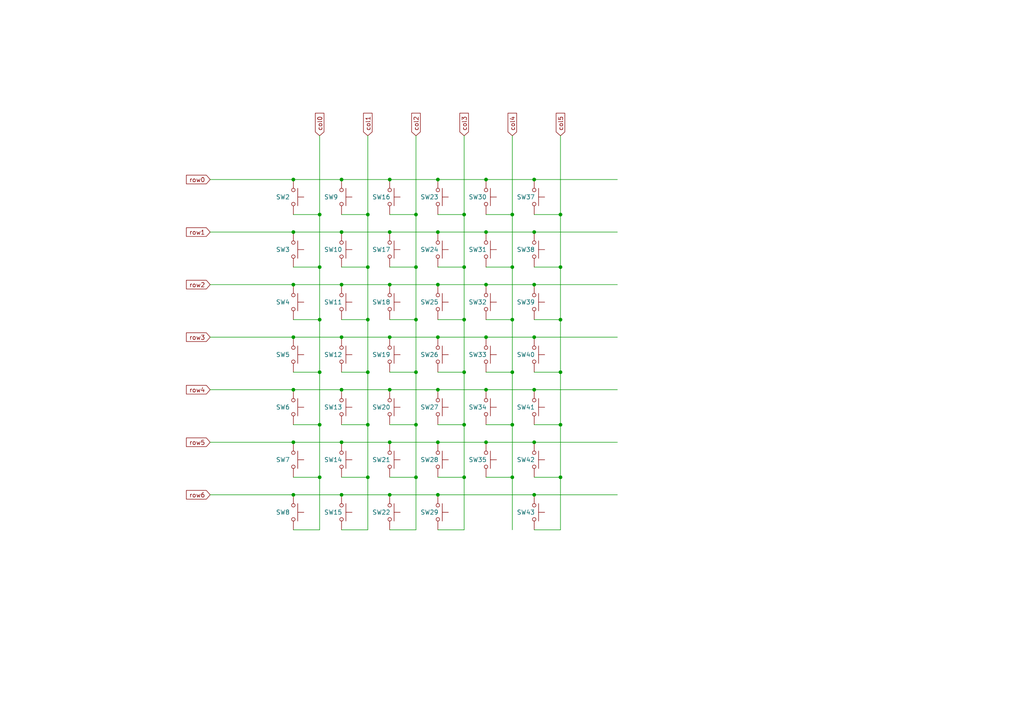
<source format=kicad_sch>
(kicad_sch (version 20211123) (generator eeschema)
  (paper "A4")
  (lib_symbols
    (symbol "Switch:SW_Push" (pin_numbers hide) (pin_names (offset 1.016) hide)
      (property "Reference" "SW" (at 1.27 2.54 0))
      (property "Value" "SW_Push" (at 0 -1.524 0))
      (symbol "SW_Push_0_1"
        (circle (center -2.032 0) (radius 0.508))
        (polyline (pts (xy 0 1.27) (xy 0 3.048)))
        (polyline (pts (xy 2.54 1.27) (xy -2.54 1.27)))
        (circle (center 2.032 0) (radius 0.508))
        (pin passive line (at -5.08 0 0) (length 2.54) (name "1") (number "1"))
        (pin passive line (at 5.08 0 180) (length 2.54) (name "2") (number "2"))
      )
    )
  )
  (junction (at 134.62 92.71))
  (junction (at 120.65 123.19))
  (junction (at 154.94 113.03))
  (junction (at 140.97 97.79))
  (junction (at 106.68 123.19))
  (junction (at 113.03 113.03))
  (junction (at 99.06 82.55))
  (junction (at 113.03 52.07))
  (junction (at 162.56 138.43))
  (junction (at 154.94 52.07))
  (junction (at 140.97 67.31))
  (junction (at 140.97 128.27))
  (junction (at 113.03 82.55))
  (junction (at 120.65 92.71))
  (junction (at 120.65 62.23))
  (junction (at 127 143.51))
  (junction (at 154.94 67.31))
  (junction (at 99.06 97.79))
  (junction (at 162.56 62.23))
  (junction (at 148.59 77.47))
  (junction (at 92.71 77.47))
  (junction (at 154.94 128.27))
  (junction (at 106.68 107.95))
  (junction (at 113.03 67.31))
  (junction (at 106.68 92.71))
  (junction (at 85.09 67.31))
  (junction (at 85.09 113.03))
  (junction (at 92.71 138.43))
  (junction (at 127 52.07))
  (junction (at 154.94 143.51))
  (junction (at 99.06 143.51))
  (junction (at 162.56 92.71))
  (junction (at 106.68 138.43))
  (junction (at 99.06 52.07))
  (junction (at 113.03 128.27))
  (junction (at 134.62 138.43))
  (junction (at 120.65 107.95))
  (junction (at 106.68 62.23))
  (junction (at 154.94 82.55))
  (junction (at 85.09 82.55))
  (junction (at 113.03 143.51))
  (junction (at 134.62 62.23))
  (junction (at 148.59 92.71))
  (junction (at 120.65 138.43))
  (junction (at 140.97 82.55))
  (junction (at 127 82.55))
  (junction (at 99.06 113.03))
  (junction (at 92.71 92.71))
  (junction (at 106.68 77.47))
  (junction (at 148.59 107.95))
  (junction (at 148.59 138.43))
  (junction (at 162.56 107.95))
  (junction (at 134.62 123.19))
  (junction (at 148.59 62.23))
  (junction (at 113.03 97.79))
  (junction (at 99.06 67.31))
  (junction (at 127 67.31))
  (junction (at 154.94 97.79))
  (junction (at 92.71 62.23))
  (junction (at 127 128.27))
  (junction (at 99.06 128.27))
  (junction (at 127 97.79))
  (junction (at 85.09 128.27))
  (junction (at 162.56 77.47))
  (junction (at 85.09 97.79))
  (junction (at 92.71 123.19))
  (junction (at 140.97 113.03))
  (junction (at 134.62 77.47))
  (junction (at 127 113.03))
  (junction (at 140.97 52.07))
  (junction (at 120.65 77.47))
  (junction (at 92.71 107.95))
  (junction (at 148.59 123.19))
  (junction (at 85.09 143.51))
  (junction (at 85.09 52.07))
  (junction (at 162.56 123.19))
  (junction (at 134.62 107.95))
  (wire (pts (xy 60.96 97.79) (xy 85.09 97.79)))
  (wire (pts (xy 162.56 123.19) (xy 162.56 138.43)))
  (wire (pts (xy 85.09 52.07) (xy 99.06 52.07)))
  (wire (pts (xy 140.97 107.95) (xy 148.59 107.95)))
  (wire (pts (xy 148.59 62.23) (xy 148.59 77.47)))
  (wire (pts (xy 154.94 138.43) (xy 162.56 138.43)))
  (wire (pts (xy 85.09 97.79) (xy 99.06 97.79)))
  (wire (pts (xy 162.56 62.23) (xy 162.56 77.47)))
  (wire (pts (xy 148.59 107.95) (xy 148.59 123.19)))
  (wire (pts (xy 154.94 82.55) (xy 179.07 82.55)))
  (wire (pts (xy 99.06 97.79) (xy 113.03 97.79)))
  (wire (pts (xy 106.68 92.71) (xy 106.68 107.95)))
  (wire (pts (xy 120.65 92.71) (xy 120.65 107.95)))
  (wire (pts (xy 106.68 138.43) (xy 106.68 153.67)))
  (wire (pts (xy 106.68 62.23) (xy 106.68 77.47)))
  (wire (pts (xy 106.68 123.19) (xy 106.68 138.43)))
  (wire (pts (xy 140.97 62.23) (xy 148.59 62.23)))
  (wire (pts (xy 134.62 107.95) (xy 134.62 123.19)))
  (wire (pts (xy 154.94 153.67) (xy 162.56 153.67)))
  (wire (pts (xy 92.71 39.37) (xy 92.71 62.23)))
  (wire (pts (xy 60.96 67.31) (xy 85.09 67.31)))
  (wire (pts (xy 113.03 138.43) (xy 120.65 138.43)))
  (wire (pts (xy 127 113.03) (xy 140.97 113.03)))
  (wire (pts (xy 113.03 113.03) (xy 127 113.03)))
  (wire (pts (xy 127 97.79) (xy 140.97 97.79)))
  (wire (pts (xy 120.65 77.47) (xy 120.65 92.71)))
  (wire (pts (xy 148.59 92.71) (xy 148.59 107.95)))
  (wire (pts (xy 154.94 92.71) (xy 162.56 92.71)))
  (wire (pts (xy 113.03 92.71) (xy 120.65 92.71)))
  (wire (pts (xy 140.97 123.19) (xy 148.59 123.19)))
  (wire (pts (xy 154.94 52.07) (xy 179.07 52.07)))
  (wire (pts (xy 134.62 39.37) (xy 134.62 62.23)))
  (wire (pts (xy 113.03 62.23) (xy 120.65 62.23)))
  (wire (pts (xy 140.97 77.47) (xy 148.59 77.47)))
  (wire (pts (xy 85.09 128.27) (xy 99.06 128.27)))
  (wire (pts (xy 60.96 82.55) (xy 85.09 82.55)))
  (wire (pts (xy 60.96 128.27) (xy 85.09 128.27)))
  (wire (pts (xy 127 52.07) (xy 140.97 52.07)))
  (wire (pts (xy 113.03 153.67) (xy 120.65 153.67)))
  (wire (pts (xy 85.09 107.95) (xy 92.71 107.95)))
  (wire (pts (xy 127 123.19) (xy 134.62 123.19)))
  (wire (pts (xy 85.09 62.23) (xy 92.71 62.23)))
  (wire (pts (xy 127 107.95) (xy 134.62 107.95)))
  (wire (pts (xy 127 153.67) (xy 134.62 153.67)))
  (wire (pts (xy 60.96 52.07) (xy 85.09 52.07)))
  (wire (pts (xy 113.03 77.47) (xy 120.65 77.47)))
  (wire (pts (xy 85.09 113.03) (xy 99.06 113.03)))
  (wire (pts (xy 162.56 39.37) (xy 162.56 62.23)))
  (wire (pts (xy 85.09 77.47) (xy 92.71 77.47)))
  (wire (pts (xy 154.94 62.23) (xy 162.56 62.23)))
  (wire (pts (xy 140.97 138.43) (xy 148.59 138.43)))
  (wire (pts (xy 92.71 138.43) (xy 92.71 153.67)))
  (wire (pts (xy 148.59 123.19) (xy 148.59 138.43)))
  (wire (pts (xy 113.03 123.19) (xy 120.65 123.19)))
  (wire (pts (xy 154.94 128.27) (xy 179.07 128.27)))
  (wire (pts (xy 127 128.27) (xy 140.97 128.27)))
  (wire (pts (xy 106.68 39.37) (xy 106.68 62.23)))
  (wire (pts (xy 140.97 128.27) (xy 154.94 128.27)))
  (wire (pts (xy 120.65 39.37) (xy 120.65 62.23)))
  (wire (pts (xy 140.97 82.55) (xy 154.94 82.55)))
  (wire (pts (xy 134.62 62.23) (xy 134.62 77.47)))
  (wire (pts (xy 140.97 67.31) (xy 154.94 67.31)))
  (wire (pts (xy 154.94 97.79) (xy 179.07 97.79)))
  (wire (pts (xy 99.06 128.27) (xy 113.03 128.27)))
  (wire (pts (xy 85.09 82.55) (xy 99.06 82.55)))
  (wire (pts (xy 99.06 62.23) (xy 106.68 62.23)))
  (wire (pts (xy 154.94 67.31) (xy 179.07 67.31)))
  (wire (pts (xy 92.71 92.71) (xy 92.71 107.95)))
  (wire (pts (xy 106.68 77.47) (xy 106.68 92.71)))
  (wire (pts (xy 120.65 107.95) (xy 120.65 123.19)))
  (wire (pts (xy 154.94 123.19) (xy 162.56 123.19)))
  (wire (pts (xy 154.94 143.51) (xy 179.07 143.51)))
  (wire (pts (xy 113.03 128.27) (xy 127 128.27)))
  (wire (pts (xy 134.62 77.47) (xy 134.62 92.71)))
  (wire (pts (xy 92.71 123.19) (xy 92.71 138.43)))
  (wire (pts (xy 148.59 77.47) (xy 148.59 92.71)))
  (wire (pts (xy 127 67.31) (xy 140.97 67.31)))
  (wire (pts (xy 99.06 82.55) (xy 113.03 82.55)))
  (wire (pts (xy 127 138.43) (xy 134.62 138.43)))
  (wire (pts (xy 99.06 77.47) (xy 106.68 77.47)))
  (wire (pts (xy 99.06 138.43) (xy 106.68 138.43)))
  (wire (pts (xy 134.62 123.19) (xy 134.62 138.43)))
  (wire (pts (xy 60.96 113.03) (xy 85.09 113.03)))
  (wire (pts (xy 92.71 107.95) (xy 92.71 123.19)))
  (wire (pts (xy 154.94 107.95) (xy 162.56 107.95)))
  (wire (pts (xy 99.06 52.07) (xy 113.03 52.07)))
  (wire (pts (xy 99.06 67.31) (xy 113.03 67.31)))
  (wire (pts (xy 162.56 92.71) (xy 162.56 107.95)))
  (wire (pts (xy 148.59 39.37) (xy 148.59 62.23)))
  (wire (pts (xy 92.71 62.23) (xy 92.71 77.47)))
  (wire (pts (xy 99.06 92.71) (xy 106.68 92.71)))
  (wire (pts (xy 99.06 153.67) (xy 106.68 153.67)))
  (wire (pts (xy 85.09 138.43) (xy 92.71 138.43)))
  (wire (pts (xy 113.03 143.51) (xy 127 143.51)))
  (wire (pts (xy 140.97 52.07) (xy 154.94 52.07)))
  (wire (pts (xy 85.09 92.71) (xy 92.71 92.71)))
  (wire (pts (xy 113.03 67.31) (xy 127 67.31)))
  (wire (pts (xy 85.09 153.67) (xy 92.71 153.67)))
  (wire (pts (xy 127 82.55) (xy 140.97 82.55)))
  (wire (pts (xy 85.09 67.31) (xy 99.06 67.31)))
  (wire (pts (xy 127 143.51) (xy 154.94 143.51)))
  (wire (pts (xy 148.59 138.43) (xy 148.59 153.67)))
  (wire (pts (xy 120.65 62.23) (xy 120.65 77.47)))
  (wire (pts (xy 127 92.71) (xy 134.62 92.71)))
  (wire (pts (xy 85.09 123.19) (xy 92.71 123.19)))
  (wire (pts (xy 113.03 52.07) (xy 127 52.07)))
  (wire (pts (xy 113.03 97.79) (xy 127 97.79)))
  (wire (pts (xy 127 77.47) (xy 134.62 77.47)))
  (wire (pts (xy 113.03 82.55) (xy 127 82.55)))
  (wire (pts (xy 134.62 92.71) (xy 134.62 107.95)))
  (wire (pts (xy 140.97 92.71) (xy 148.59 92.71)))
  (wire (pts (xy 120.65 138.43) (xy 120.65 153.67)))
  (wire (pts (xy 162.56 107.95) (xy 162.56 123.19)))
  (wire (pts (xy 99.06 107.95) (xy 106.68 107.95)))
  (wire (pts (xy 134.62 138.43) (xy 134.62 153.67)))
  (wire (pts (xy 140.97 97.79) (xy 154.94 97.79)))
  (wire (pts (xy 120.65 123.19) (xy 120.65 138.43)))
  (wire (pts (xy 85.09 143.51) (xy 99.06 143.51)))
  (wire (pts (xy 113.03 107.95) (xy 120.65 107.95)))
  (wire (pts (xy 106.68 107.95) (xy 106.68 123.19)))
  (wire (pts (xy 92.71 77.47) (xy 92.71 92.71)))
  (wire (pts (xy 127 62.23) (xy 134.62 62.23)))
  (wire (pts (xy 162.56 77.47) (xy 162.56 92.71)))
  (wire (pts (xy 154.94 113.03) (xy 179.07 113.03)))
  (wire (pts (xy 154.94 77.47) (xy 162.56 77.47)))
  (wire (pts (xy 99.06 113.03) (xy 113.03 113.03)))
  (wire (pts (xy 60.96 143.51) (xy 85.09 143.51)))
  (wire (pts (xy 99.06 143.51) (xy 113.03 143.51)))
  (wire (pts (xy 140.97 113.03) (xy 154.94 113.03)))
  (wire (pts (xy 99.06 123.19) (xy 106.68 123.19)))
  (wire (pts (xy 162.56 138.43) (xy 162.56 153.67)))
  (global_label "col1" (shape input) (at 106.68 39.37 90) (property "Intersheet References" "${INTERSHEET_REFS}" (effects hide)))
  (global_label "row5" (shape input) (at 60.96 128.27 180) (property "Intersheet References" "${INTERSHEET_REFS}" (effects hide)))
  (global_label "row4" (shape input) (at 60.96 113.03 180) (property "Intersheet References" "${INTERSHEET_REFS}" (effects hide)))
  (global_label "row6" (shape input) (at 60.96 143.51 180) (property "Intersheet References" "${INTERSHEET_REFS}" (effects hide)))
  (global_label "col5" (shape input) (at 162.56 39.37 90) (property "Intersheet References" "${INTERSHEET_REFS}" (effects hide)))
  (global_label "col2" (shape input) (at 120.65 39.37 90) (property "Intersheet References" "${INTERSHEET_REFS}" (effects hide)))
  (global_label "col0" (shape input) (at 92.71 39.37 90) (property "Intersheet References" "${INTERSHEET_REFS}" (effects hide)))
  (global_label "row1" (shape input) (at 60.96 67.31 180) (property "Intersheet References" "${INTERSHEET_REFS}" (effects hide)))
  (global_label "row2" (shape input) (at 60.96 82.55 180) (property "Intersheet References" "${INTERSHEET_REFS}" (effects hide)))
  (global_label "row0" (shape input) (at 60.96 52.07 180) (property "Intersheet References" "${INTERSHEET_REFS}" (effects hide)))
  (global_label "col4" (shape input) (at 148.59 39.37 90) (property "Intersheet References" "${INTERSHEET_REFS}" (effects hide)))
  (global_label "col3" (shape input) (at 134.62 39.37 90) (property "Intersheet References" "${INTERSHEET_REFS}" (effects hide)))
  (global_label "row3" (shape input) (at 60.96 97.79 180) (property "Intersheet References" "${INTERSHEET_REFS}" (effects hide)))
  (symbol (lib_id "Switch:SW_Push") (at 127 133.35 270) (unit 1)
    (property "Reference" "SW28" (at 121.92 133.35 90) (effects (justify left)))
    (property "Value" "SW_Push" (effects hide))
    (property "Footprint" "Button_Switch_THT:SW_PUSH_6mm" (effects hide))
  )
  (symbol (lib_id "Switch:SW_Push") (at 99.06 72.39 270) (unit 1)
    (property "Reference" "SW10" (at 93.98 72.39 90) (effects (justify left)))
    (property "Value" "SW_Push" (effects hide))
    (property "Footprint" "Button_Switch_THT:SW_PUSH_6mm" (effects hide))
  )
  (symbol (lib_id "Switch:SW_Push") (at 99.06 118.11 270) (unit 1)
    (property "Reference" "SW13" (at 93.98 118.11 90) (effects (justify left)))
    (property "Value" "SW_Push" (effects hide))
    (property "Footprint" "Button_Switch_THT:SW_PUSH_6mm" (effects hide))
  )
  (symbol (lib_id "Switch:SW_Push") (at 85.09 102.87 270) (unit 1)
    (property "Reference" "SW5" (at 80.01 102.87 90) (effects (justify left)))
    (property "Value" "SW_Push" (effects hide))
    (property "Footprint" "Button_Switch_THT:SW_PUSH_6mm" (effects hide))
  )
  (symbol (lib_id "Switch:SW_Push") (at 113.03 118.11 270) (unit 1)
    (property "Reference" "SW20" (at 107.95 118.11 90) (effects (justify left)))
    (property "Value" "SW_Push" (effects hide))
    (property "Footprint" "Button_Switch_THT:SW_PUSH_6mm" (effects hide))
  )
  (symbol (lib_id "Switch:SW_Push") (at 154.94 102.87 270) (unit 1)
    (property "Reference" "SW40" (at 149.86 102.87 90) (effects (justify left)))
    (property "Value" "SW_Push" (effects hide))
    (property "Footprint" "Button_Switch_THT:SW_PUSH_6mm" (effects hide))
  )
  (symbol (lib_id "Switch:SW_Push") (at 154.94 148.59 270) (unit 1)
    (property "Reference" "SW43" (at 149.86 148.59 90) (effects (justify left)))
    (property "Value" "SW_Push" (effects hide))
    (property "Footprint" "Button_Switch_THT:SW_PUSH_6mm" (effects hide))
  )
  (symbol (lib_id "Switch:SW_Push") (at 140.97 102.87 270) (unit 1)
    (property "Reference" "SW33" (at 135.89 102.87 90) (effects (justify left)))
    (property "Value" "SW_Push" (effects hide))
    (property "Footprint" "Button_Switch_THT:SW_PUSH_6mm" (effects hide))
  )
  (symbol (lib_id "Switch:SW_Push") (at 140.97 57.15 270) (unit 1)
    (property "Reference" "SW30" (at 135.89 57.15 90) (effects (justify left)))
    (property "Value" "SW_Push" (effects hide))
    (property "Footprint" "Button_Switch_THT:SW_PUSH_6mm" (effects hide))
  )
  (symbol (lib_id "Switch:SW_Push") (at 127 72.39 270) (unit 1)
    (property "Reference" "SW24" (at 121.92 72.39 90) (effects (justify left)))
    (property "Value" "SW_Push" (effects hide))
    (property "Footprint" "Button_Switch_THT:SW_PUSH_6mm" (effects hide))
  )
  (symbol (lib_id "Switch:SW_Push") (at 113.03 133.35 270) (unit 1)
    (property "Reference" "SW21" (at 107.95 133.35 90) (effects (justify left)))
    (property "Value" "SW_Push" (effects hide))
    (property "Footprint" "Button_Switch_THT:SW_PUSH_6mm" (effects hide))
  )
  (symbol (lib_id "Switch:SW_Push") (at 113.03 72.39 270) (unit 1)
    (property "Reference" "SW17" (at 107.95 72.39 90) (effects (justify left)))
    (property "Value" "SW_Push" (effects hide))
    (property "Footprint" "Button_Switch_THT:SW_PUSH_6mm" (effects hide))
  )
  (symbol (lib_id "Switch:SW_Push") (at 85.09 148.59 270) (unit 1)
    (property "Reference" "SW8" (at 80.01 148.59 90) (effects (justify left)))
    (property "Value" "SW_Push" (effects hide))
    (property "Footprint" "Button_Switch_THT:SW_PUSH_6mm" (effects hide))
  )
  (symbol (lib_id "Switch:SW_Push") (at 140.97 133.35 270) (unit 1)
    (property "Reference" "SW35" (at 135.89 133.35 90) (effects (justify left)))
    (property "Value" "SW_Push" (effects hide))
    (property "Footprint" "Button_Switch_THT:SW_PUSH_6mm" (effects hide))
  )
  (symbol (lib_id "Switch:SW_Push") (at 154.94 57.15 270) (unit 1)
    (property "Reference" "SW37" (at 149.86 57.15 90) (effects (justify left)))
    (property "Value" "SW_Push" (effects hide))
    (property "Footprint" "Button_Switch_THT:SW_PUSH_6mm" (effects hide))
  )
  (symbol (lib_id "Switch:SW_Push") (at 113.03 148.59 270) (unit 1)
    (property "Reference" "SW22" (at 107.95 148.59 90) (effects (justify left)))
    (property "Value" "SW_Push" (effects hide))
    (property "Footprint" "Button_Switch_THT:SW_PUSH_6mm" (effects hide))
  )
  (symbol (lib_id "Switch:SW_Push") (at 99.06 87.63 270) (unit 1)
    (property "Reference" "SW11" (at 93.98 87.63 90) (effects (justify left)))
    (property "Value" "SW_Push" (effects hide))
    (property "Footprint" "Button_Switch_THT:SW_PUSH_6mm" (effects hide))
  )
  (symbol (lib_id "Switch:SW_Push") (at 113.03 87.63 270) (unit 1)
    (property "Reference" "SW18" (at 107.95 87.63 90) (effects (justify left)))
    (property "Value" "SW_Push" (effects hide))
    (property "Footprint" "Button_Switch_THT:SW_PUSH_6mm" (effects hide))
  )
  (symbol (lib_id "Switch:SW_Push") (at 127 148.59 270) (unit 1)
    (property "Reference" "SW29" (at 121.92 148.59 90) (effects (justify left)))
    (property "Value" "SW_Push" (effects hide))
    (property "Footprint" "Button_Switch_THT:SW_PUSH_6mm" (effects hide))
  )
  (symbol (lib_id "Switch:SW_Push") (at 140.97 118.11 270) (unit 1)
    (property "Reference" "SW34" (at 135.89 118.11 90) (effects (justify left)))
    (property "Value" "SW_Push" (effects hide))
    (property "Footprint" "Button_Switch_THT:SW_PUSH_6mm" (effects hide))
  )
  (symbol (lib_id "Switch:SW_Push") (at 85.09 72.39 270) (unit 1)
    (property "Reference" "SW3" (at 80.01 72.39 90) (effects (justify left)))
    (property "Value" "SW_Push" (effects hide))
    (property "Footprint" "Button_Switch_THT:SW_PUSH_6mm" (effects hide))
  )
  (symbol (lib_id "Switch:SW_Push") (at 127 102.87 270) (unit 1)
    (property "Reference" "SW26" (at 121.92 102.87 90) (effects (justify left)))
    (property "Value" "SW_Push" (effects hide))
    (property "Footprint" "Button_Switch_THT:SW_PUSH_6mm" (effects hide))
  )
  (symbol (lib_id "Switch:SW_Push") (at 85.09 118.11 270) (unit 1)
    (property "Reference" "SW6" (at 80.01 118.11 90) (effects (justify left)))
    (property "Value" "SW_Push" (effects hide))
    (property "Footprint" "Button_Switch_THT:SW_PUSH_6mm" (effects hide))
  )
  (symbol (lib_id "Switch:SW_Push") (at 85.09 57.15 270) (unit 1)
    (property "Reference" "SW2" (at 80.01 57.15 90) (effects (justify left)))
    (property "Value" "HEX" (effects hide))
    (property "Footprint" "Button_Switch_THT:SW_PUSH_6mm" (effects hide))
  )
  (symbol (lib_id "Switch:SW_Push") (at 113.03 57.15 270) (unit 1)
    (property "Reference" "SW16" (at 107.95 57.15 90) (effects (justify left)))
    (property "Value" "SW_Push" (effects hide))
    (property "Footprint" "Button_Switch_THT:SW_PUSH_6mm" (effects hide))
  )
  (symbol (lib_id "Switch:SW_Push") (at 99.06 148.59 270) (unit 1)
    (property "Reference" "SW15" (at 93.98 148.59 90) (effects (justify left)))
    (property "Value" "SW_Push" (effects hide))
    (property "Footprint" "Button_Switch_THT:SW_PUSH_6mm" (effects hide))
  )
  (symbol (lib_id "Switch:SW_Push") (at 154.94 118.11 270) (unit 1)
    (property "Reference" "SW41" (at 149.86 118.11 90) (effects (justify left)))
    (property "Value" "SW_Push" (effects hide))
    (property "Footprint" "Button_Switch_THT:SW_PUSH_6mm" (effects hide))
  )
  (symbol (lib_id "Switch:SW_Push") (at 127 87.63 270) (unit 1)
    (property "Reference" "SW25" (at 121.92 87.63 90) (effects (justify left)))
    (property "Value" "SW_Push" (effects hide))
    (property "Footprint" "Button_Switch_THT:SW_PUSH_6mm" (effects hide))
  )
  (symbol (lib_id "Switch:SW_Push") (at 99.06 57.15 270) (unit 1)
    (property "Reference" "SW9" (at 93.98 57.15 90) (effects (justify left)))
    (property "Value" "SW_Push" (effects hide))
    (property "Footprint" "Button_Switch_THT:SW_PUSH_6mm" (effects hide))
  )
  (symbol (lib_id "Switch:SW_Push") (at 85.09 87.63 270) (unit 1)
    (property "Reference" "SW4" (at 80.01 87.63 90) (effects (justify left)))
    (property "Value" "SW_Push" (effects hide))
    (property "Footprint" "Button_Switch_THT:SW_PUSH_6mm" (effects hide))
  )
  (symbol (lib_id "Switch:SW_Push") (at 99.06 102.87 270) (unit 1)
    (property "Reference" "SW12" (at 93.98 102.87 90) (effects (justify left)))
    (property "Value" "SW_Push" (effects hide))
    (property "Footprint" "Button_Switch_THT:SW_PUSH_6mm" (effects hide))
  )
  (symbol (lib_id "Switch:SW_Push") (at 113.03 102.87 270) (unit 1)
    (property "Reference" "SW19" (at 107.95 102.87 90) (effects (justify left)))
    (property "Value" "SW_Push" (effects hide))
    (property "Footprint" "Button_Switch_THT:SW_PUSH_6mm" (effects hide))
  )
  (symbol (lib_id "Switch:SW_Push") (at 154.94 87.63 270) (unit 1)
    (property "Reference" "SW39" (at 149.86 87.63 90) (effects (justify left)))
    (property "Value" "SW_Push" (effects hide))
    (property "Footprint" "Button_Switch_THT:SW_PUSH_6mm" (effects hide))
  )
  (symbol (lib_id "Switch:SW_Push") (at 85.09 133.35 270) (unit 1)
    (property "Reference" "SW7" (at 80.01 133.35 90) (effects (justify left)))
    (property "Value" "SW_Push" (effects hide))
    (property "Footprint" "Button_Switch_THT:SW_PUSH_6mm" (effects hide))
  )
  (symbol (lib_id "Switch:SW_Push") (at 140.97 87.63 270) (unit 1)
    (property "Reference" "SW32" (at 135.89 87.63 90) (effects (justify left)))
    (property "Value" "SW_Push" (effects hide))
    (property "Footprint" "Button_Switch_THT:SW_PUSH_6mm" (effects hide))
  )
  (symbol (lib_id "Switch:SW_Push") (at 154.94 72.39 270) (unit 1)
    (property "Reference" "SW38" (at 149.86 72.39 90) (effects (justify left)))
    (property "Value" "SW_Push" (effects hide))
    (property "Footprint" "Button_Switch_THT:SW_PUSH_6mm" (effects hide))
  )
  (symbol (lib_id "Switch:SW_Push") (at 127 118.11 270) (unit 1)
    (property "Reference" "SW27" (at 121.92 118.11 90) (effects (justify left)))
    (property "Value" "SW_Push" (effects hide))
    (property "Footprint" "Button_Switch_THT:SW_PUSH_6mm" (effects hide))
  )
  (symbol (lib_id "Switch:SW_Push") (at 127 57.15 270) (unit 1)
    (property "Reference" "SW23" (at 121.92 57.15 90) (effects (justify left)))
    (property "Value" "SW_Push" (effects hide))
    (property "Footprint" "Button_Switch_THT:SW_PUSH_6mm" (effects hide))
  )
  (symbol (lib_id "Switch:SW_Push") (at 140.97 72.39 270) (unit 1)
    (property "Reference" "SW31" (at 135.89 72.39 90) (effects (justify left)))
    (property "Value" "SW_Push" (effects hide))
    (property "Footprint" "Button_Switch_THT:SW_PUSH_6mm" (effects hide))
  )
  (symbol (lib_id "Switch:SW_Push") (at 99.06 133.35 270) (unit 1)
    (property "Reference" "SW14" (at 93.98 133.35 90) (effects (justify left)))
    (property "Value" "SW_Push" (effects hide))
    (property "Footprint" "Button_Switch_THT:SW_PUSH_6mm" (effects hide))
  )
  (symbol (lib_id "Switch:SW_Push") (at 154.94 133.35 270) (unit 1)
    (property "Reference" "SW42" (at 149.86 133.35 90) (effects (justify left)))
    (property "Value" "SW_Push" (effects hide))
    (property "Footprint" "Button_Switch_THT:SW_PUSH_6mm" (effects hide))
  )
)
</source>
